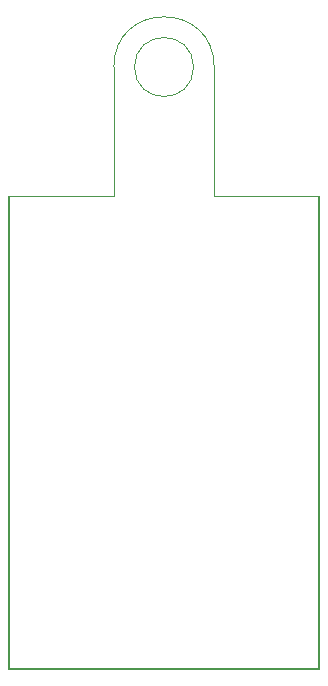
<source format=gbr>
%TF.GenerationSoftware,KiCad,Pcbnew,9.0.6*%
%TF.CreationDate,2025-12-01T19:29:46+01:00*%
%TF.ProjectId,_SSDV,b5535344-562e-46b6-9963-61645f706362,0.1*%
%TF.SameCoordinates,Original*%
%TF.FileFunction,Profile,NP*%
%FSLAX46Y46*%
G04 Gerber Fmt 4.6, Leading zero omitted, Abs format (unit mm)*
G04 Created by KiCad (PCBNEW 9.0.6) date 2025-12-01 19:29:46*
%MOMM*%
%LPD*%
G01*
G04 APERTURE LIST*
%TA.AperFunction,Profile*%
%ADD10C,0.050000*%
%TD*%
%TA.AperFunction,Profile*%
%ADD11C,0.127000*%
%TD*%
G04 APERTURE END LIST*
D10*
X106410000Y-42708500D02*
X97500000Y-42705967D01*
X89000000Y-31750000D02*
X89000000Y-42708500D01*
X97500000Y-42705967D02*
X97500000Y-31750000D01*
X89000000Y-31750000D02*
G75*
G02*
X97500000Y-31750000I4250000J0D01*
G01*
X95750000Y-31750000D02*
G75*
G02*
X90750000Y-31750000I-2500000J0D01*
G01*
X90750000Y-31750000D02*
G75*
G02*
X95750000Y-31750000I2500000J0D01*
G01*
X89000000Y-42708500D02*
X80090000Y-42708500D01*
D11*
%TO.C,U1*%
X80090000Y-82708500D02*
X80090000Y-42708500D01*
X106410000Y-42708500D02*
X106410000Y-82708500D01*
X106410000Y-82708500D02*
X80090000Y-82708500D01*
%TD*%
M02*

</source>
